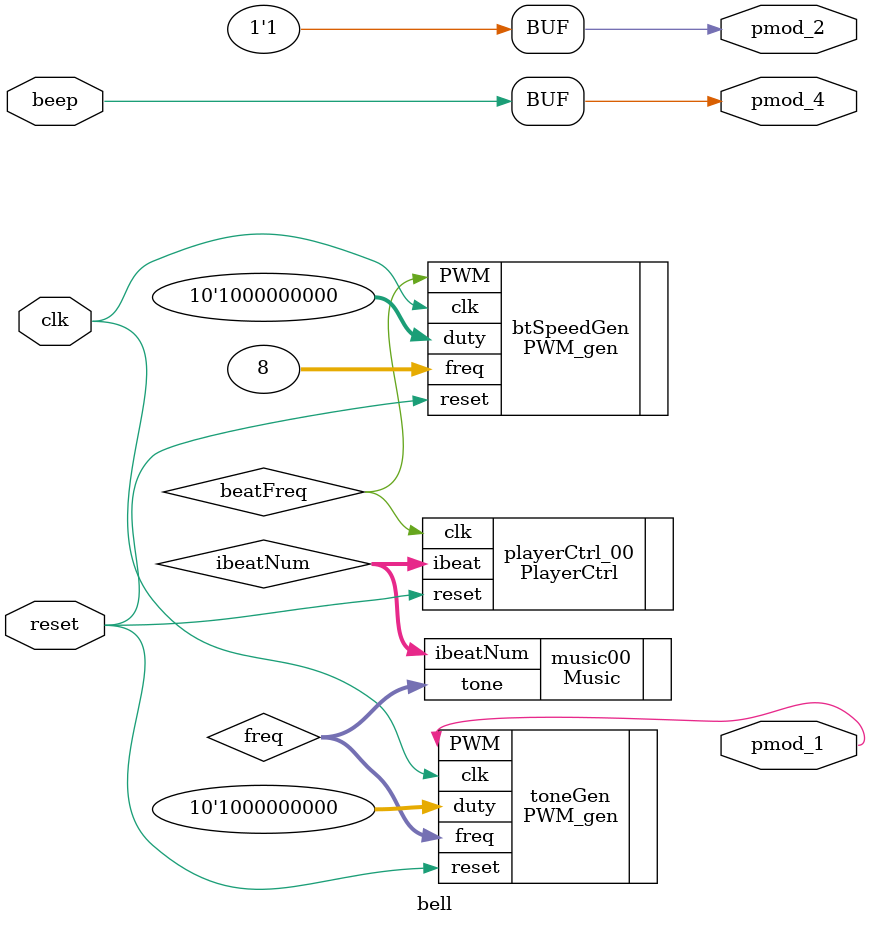
<source format=v>

module bell (
	input clk,
	input reset,
	input beep,
	output pmod_1,
	output pmod_2,
	output pmod_4
);
parameter BEAT_FREQ = 32'd8;	//one beat=0.125sec
parameter DUTY_BEST = 10'd512;	//duty cycle=50%

wire [31:0] freq;
wire [7:0] ibeatNum;
wire beatFreq;

assign pmod_2 = 1'd1;	//no gain(6dB)
assign pmod_4 = beep;	//turn-on

//Generate beat speed
PWM_gen btSpeedGen ( .clk(clk), 
					 .reset(reset),
					 .freq(BEAT_FREQ),
					 .duty(DUTY_BEST), 
					 .PWM(beatFreq)
);
	
//manipulate beat
PlayerCtrl playerCtrl_00 ( .clk(beatFreq),
						   .reset(reset),
						   .ibeat(ibeatNum)
);	
	
//Generate variant freq. of tones
Music music00 ( .ibeatNum(ibeatNum),
				.tone(freq)
);

// Generate particular freq. signal
PWM_gen toneGen ( .clk(clk), 
				  .reset(reset), 
				  .freq(freq),
				  .duty(DUTY_BEST), 
				  .PWM(pmod_1)
);
endmodule
</source>
